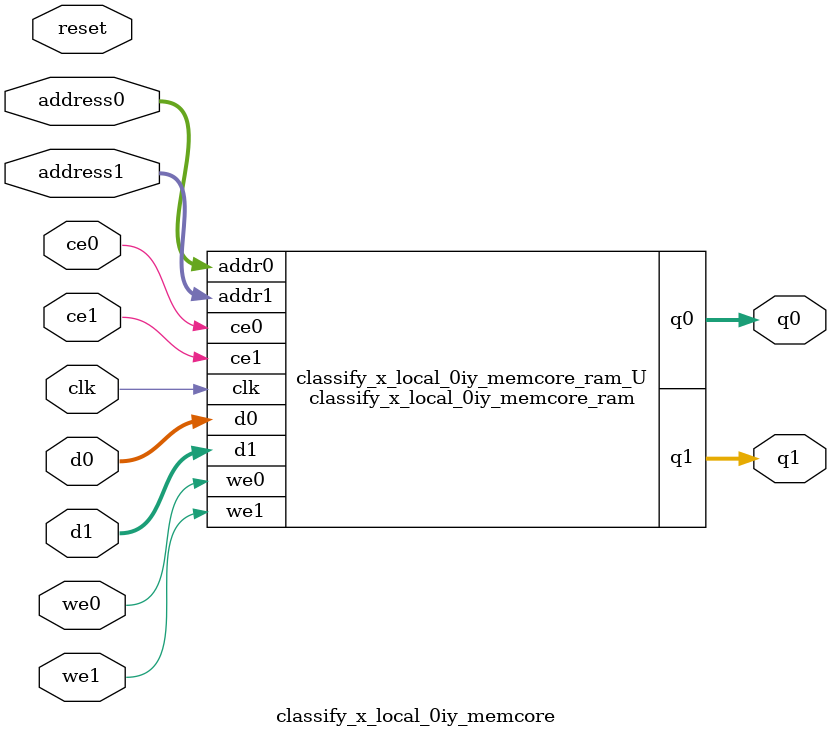
<source format=v>

`timescale 1 ns / 1 ps
module classify_x_local_0iy_memcore_ram (addr0, ce0, d0, we0, q0, addr1, ce1, d1, we1, q1,  clk);

parameter DWIDTH = 8;
parameter AWIDTH = 7;
parameter MEM_SIZE = 98;

input[AWIDTH-1:0] addr0;
input ce0;
input[DWIDTH-1:0] d0;
input we0;
output reg[DWIDTH-1:0] q0;
input[AWIDTH-1:0] addr1;
input ce1;
input[DWIDTH-1:0] d1;
input we1;
output reg[DWIDTH-1:0] q1;
input clk;

(* ram_style = "distributed" *)reg [DWIDTH-1:0] ram[0:MEM_SIZE-1];




always @(posedge clk)  
begin 
    if (ce0) 
    begin
        if (we0) 
        begin 
            ram[addr0] <= d0; 
            q0 <= d0;
        end 
        else 
            q0 <= ram[addr0];
    end
end


always @(posedge clk)  
begin 
    if (ce1) 
    begin
        if (we1) 
        begin 
            ram[addr1] <= d1; 
            q1 <= d1;
        end 
        else 
            q1 <= ram[addr1];
    end
end


endmodule


`timescale 1 ns / 1 ps
module classify_x_local_0iy_memcore(
    reset,
    clk,
    address0,
    ce0,
    we0,
    d0,
    q0,
    address1,
    ce1,
    we1,
    d1,
    q1);

parameter DataWidth = 32'd8;
parameter AddressRange = 32'd98;
parameter AddressWidth = 32'd7;
input reset;
input clk;
input[AddressWidth - 1:0] address0;
input ce0;
input we0;
input[DataWidth - 1:0] d0;
output[DataWidth - 1:0] q0;
input[AddressWidth - 1:0] address1;
input ce1;
input we1;
input[DataWidth - 1:0] d1;
output[DataWidth - 1:0] q1;



classify_x_local_0iy_memcore_ram classify_x_local_0iy_memcore_ram_U(
    .clk( clk ),
    .addr0( address0 ),
    .ce0( ce0 ),
    .we0( we0 ),
    .d0( d0 ),
    .q0( q0 ),
    .addr1( address1 ),
    .ce1( ce1 ),
    .we1( we1 ),
    .d1( d1 ),
    .q1( q1 ));

endmodule


</source>
